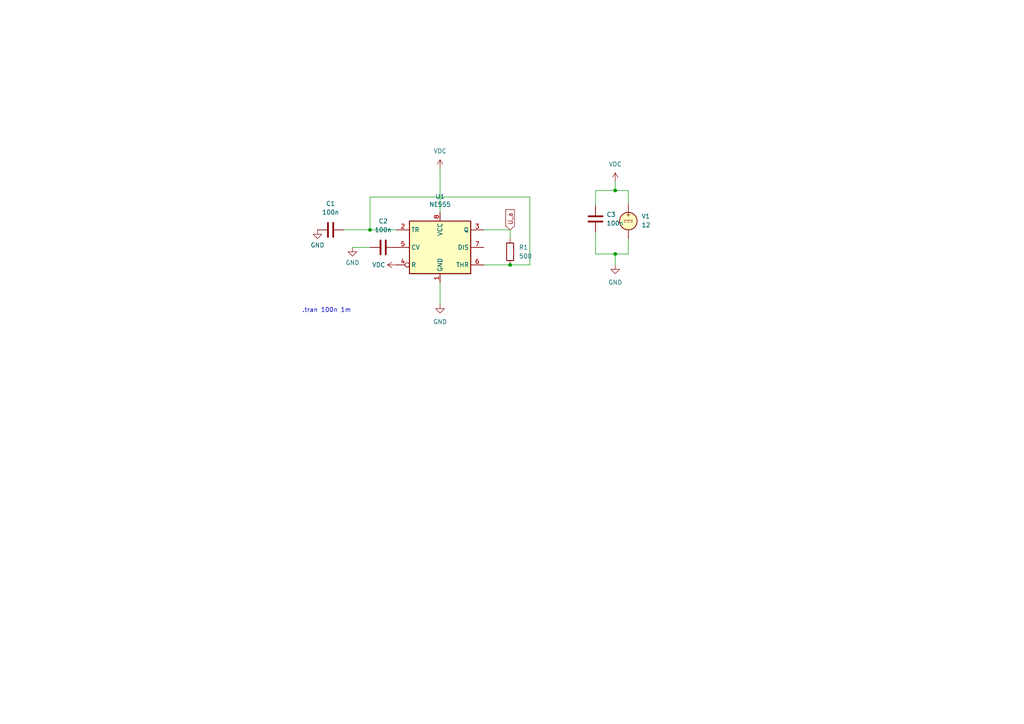
<source format=kicad_sch>
(kicad_sch (version 20230121) (generator eeschema)

  (uuid f11cfcce-9017-4ef9-8d0e-2e7ff7a5c45b)

  (paper "A4")

  (lib_symbols
    (symbol "Device:C" (pin_numbers hide) (pin_names (offset 0.254)) (in_bom yes) (on_board yes)
      (property "Reference" "C" (at 0.635 2.54 0)
        (effects (font (size 1.27 1.27)) (justify left))
      )
      (property "Value" "C" (at 0.635 -2.54 0)
        (effects (font (size 1.27 1.27)) (justify left))
      )
      (property "Footprint" "" (at 0.9652 -3.81 0)
        (effects (font (size 1.27 1.27)) hide)
      )
      (property "Datasheet" "~" (at 0 0 0)
        (effects (font (size 1.27 1.27)) hide)
      )
      (property "ki_keywords" "cap capacitor" (at 0 0 0)
        (effects (font (size 1.27 1.27)) hide)
      )
      (property "ki_description" "Unpolarized capacitor" (at 0 0 0)
        (effects (font (size 1.27 1.27)) hide)
      )
      (property "ki_fp_filters" "C_*" (at 0 0 0)
        (effects (font (size 1.27 1.27)) hide)
      )
      (symbol "C_0_1"
        (polyline
          (pts
            (xy -2.032 -0.762)
            (xy 2.032 -0.762)
          )
          (stroke (width 0.508) (type default))
          (fill (type none))
        )
        (polyline
          (pts
            (xy -2.032 0.762)
            (xy 2.032 0.762)
          )
          (stroke (width 0.508) (type default))
          (fill (type none))
        )
      )
      (symbol "C_1_1"
        (pin passive line (at 0 3.81 270) (length 2.794)
          (name "~" (effects (font (size 1.27 1.27))))
          (number "1" (effects (font (size 1.27 1.27))))
        )
        (pin passive line (at 0 -3.81 90) (length 2.794)
          (name "~" (effects (font (size 1.27 1.27))))
          (number "2" (effects (font (size 1.27 1.27))))
        )
      )
    )
    (symbol "Device:R" (pin_numbers hide) (pin_names (offset 0)) (in_bom yes) (on_board yes)
      (property "Reference" "R" (at 2.032 0 90)
        (effects (font (size 1.27 1.27)))
      )
      (property "Value" "R" (at 0 0 90)
        (effects (font (size 1.27 1.27)))
      )
      (property "Footprint" "" (at -1.778 0 90)
        (effects (font (size 1.27 1.27)) hide)
      )
      (property "Datasheet" "~" (at 0 0 0)
        (effects (font (size 1.27 1.27)) hide)
      )
      (property "ki_keywords" "R res resistor" (at 0 0 0)
        (effects (font (size 1.27 1.27)) hide)
      )
      (property "ki_description" "Resistor" (at 0 0 0)
        (effects (font (size 1.27 1.27)) hide)
      )
      (property "ki_fp_filters" "R_*" (at 0 0 0)
        (effects (font (size 1.27 1.27)) hide)
      )
      (symbol "R_0_1"
        (rectangle (start -1.016 -2.54) (end 1.016 2.54)
          (stroke (width 0.254) (type default))
          (fill (type none))
        )
      )
      (symbol "R_1_1"
        (pin passive line (at 0 3.81 270) (length 1.27)
          (name "~" (effects (font (size 1.27 1.27))))
          (number "1" (effects (font (size 1.27 1.27))))
        )
        (pin passive line (at 0 -3.81 90) (length 1.27)
          (name "~" (effects (font (size 1.27 1.27))))
          (number "2" (effects (font (size 1.27 1.27))))
        )
      )
    )
    (symbol "Simulation_SPICE:VDC" (pin_numbers hide) (pin_names (offset 0.0254)) (in_bom yes) (on_board yes)
      (property "Reference" "V" (at 2.54 2.54 0)
        (effects (font (size 1.27 1.27)) (justify left))
      )
      (property "Value" "1" (at 2.54 0 0)
        (effects (font (size 1.27 1.27)) (justify left))
      )
      (property "Footprint" "" (at 0 0 0)
        (effects (font (size 1.27 1.27)) hide)
      )
      (property "Datasheet" "~" (at 0 0 0)
        (effects (font (size 1.27 1.27)) hide)
      )
      (property "Sim.Pins" "1=+ 2=-" (at 0 0 0)
        (effects (font (size 1.27 1.27)) hide)
      )
      (property "Sim.Type" "DC" (at 0 0 0)
        (effects (font (size 1.27 1.27)) hide)
      )
      (property "Sim.Device" "V" (at 0 0 0)
        (effects (font (size 1.27 1.27)) (justify left) hide)
      )
      (property "ki_keywords" "simulation" (at 0 0 0)
        (effects (font (size 1.27 1.27)) hide)
      )
      (property "ki_description" "Voltage source, DC" (at 0 0 0)
        (effects (font (size 1.27 1.27)) hide)
      )
      (symbol "VDC_0_0"
        (polyline
          (pts
            (xy -1.27 0.254)
            (xy 1.27 0.254)
          )
          (stroke (width 0) (type default))
          (fill (type none))
        )
        (polyline
          (pts
            (xy -0.762 -0.254)
            (xy -1.27 -0.254)
          )
          (stroke (width 0) (type default))
          (fill (type none))
        )
        (polyline
          (pts
            (xy 0.254 -0.254)
            (xy -0.254 -0.254)
          )
          (stroke (width 0) (type default))
          (fill (type none))
        )
        (polyline
          (pts
            (xy 1.27 -0.254)
            (xy 0.762 -0.254)
          )
          (stroke (width 0) (type default))
          (fill (type none))
        )
        (text "+" (at 0 1.905 0)
          (effects (font (size 1.27 1.27)))
        )
      )
      (symbol "VDC_0_1"
        (circle (center 0 0) (radius 2.54)
          (stroke (width 0.254) (type default))
          (fill (type background))
        )
      )
      (symbol "VDC_1_1"
        (pin passive line (at 0 5.08 270) (length 2.54)
          (name "~" (effects (font (size 1.27 1.27))))
          (number "1" (effects (font (size 1.27 1.27))))
        )
        (pin passive line (at 0 -5.08 90) (length 2.54)
          (name "~" (effects (font (size 1.27 1.27))))
          (number "2" (effects (font (size 1.27 1.27))))
        )
      )
    )
    (symbol "Timer:NE555" (in_bom yes) (on_board yes)
      (property "Reference" "U" (at -10.16 8.89 0)
        (effects (font (size 1.27 1.27)) (justify left))
      )
      (property "Value" "Timer_NE555" (at 2.54 8.89 0)
        (effects (font (size 1.27 1.27)) (justify left))
      )
      (property "Footprint" "" (at 0 0 0)
        (effects (font (size 1.27 1.27)) hide)
      )
      (property "Datasheet" "" (at 0 0 0)
        (effects (font (size 1.27 1.27)) hide)
      )
      (property "ki_fp_filters" "SOIC*3.9x4.9mm*P1.27mm* DIP*W7.62mm* TSSOP*3x3mm*P0.65mm*" (at 0 0 0)
        (effects (font (size 1.27 1.27)) hide)
      )
      (symbol "NE555_0_0"
        (pin power_in line (at 0 -10.16 90) (length 2.54)
          (name "GND" (effects (font (size 1.27 1.27))))
          (number "1" (effects (font (size 1.27 1.27))))
        )
        (pin power_in line (at 0 10.16 270) (length 2.54)
          (name "VCC" (effects (font (size 1.27 1.27))))
          (number "8" (effects (font (size 1.27 1.27))))
        )
      )
      (symbol "NE555_0_1"
        (rectangle (start -8.89 -7.62) (end 8.89 7.62)
          (stroke (width 0.254) (type solid))
          (fill (type background))
        )
        (rectangle (start -8.89 -7.62) (end 8.89 7.62)
          (stroke (width 0.254) (type solid))
          (fill (type background))
        )
      )
      (symbol "NE555_1_1"
        (pin input line (at -12.7 5.08 0) (length 3.81)
          (name "TR" (effects (font (size 1.27 1.27))))
          (number "2" (effects (font (size 1.27 1.27))))
        )
        (pin output line (at 12.7 5.08 180) (length 3.81)
          (name "Q" (effects (font (size 1.27 1.27))))
          (number "3" (effects (font (size 1.27 1.27))))
        )
        (pin input inverted (at -12.7 -5.08 0) (length 3.81)
          (name "R" (effects (font (size 1.27 1.27))))
          (number "4" (effects (font (size 1.27 1.27))))
        )
        (pin input line (at -12.7 0 0) (length 3.81)
          (name "CV" (effects (font (size 1.27 1.27))))
          (number "5" (effects (font (size 1.27 1.27))))
        )
        (pin input line (at 12.7 -5.08 180) (length 3.81)
          (name "THR" (effects (font (size 1.27 1.27))))
          (number "6" (effects (font (size 1.27 1.27))))
        )
        (pin input line (at 12.7 0 180) (length 3.81)
          (name "DIS" (effects (font (size 1.27 1.27))))
          (number "7" (effects (font (size 1.27 1.27))))
        )
      )
    )
    (symbol "power:GND" (power) (pin_names (offset 0)) (in_bom yes) (on_board yes)
      (property "Reference" "#PWR" (at 0 -6.35 0)
        (effects (font (size 1.27 1.27)) hide)
      )
      (property "Value" "GND" (at 0 -3.81 0)
        (effects (font (size 1.27 1.27)))
      )
      (property "Footprint" "" (at 0 0 0)
        (effects (font (size 1.27 1.27)) hide)
      )
      (property "Datasheet" "" (at 0 0 0)
        (effects (font (size 1.27 1.27)) hide)
      )
      (property "ki_keywords" "global power" (at 0 0 0)
        (effects (font (size 1.27 1.27)) hide)
      )
      (property "ki_description" "Power symbol creates a global label with name \"GND\" , ground" (at 0 0 0)
        (effects (font (size 1.27 1.27)) hide)
      )
      (symbol "GND_0_1"
        (polyline
          (pts
            (xy 0 0)
            (xy 0 -1.27)
            (xy 1.27 -1.27)
            (xy 0 -2.54)
            (xy -1.27 -1.27)
            (xy 0 -1.27)
          )
          (stroke (width 0) (type default))
          (fill (type none))
        )
      )
      (symbol "GND_1_1"
        (pin power_in line (at 0 0 270) (length 0) hide
          (name "GND" (effects (font (size 1.27 1.27))))
          (number "1" (effects (font (size 1.27 1.27))))
        )
      )
    )
    (symbol "power:VDC" (power) (pin_names (offset 0)) (in_bom yes) (on_board yes)
      (property "Reference" "#PWR" (at 0 -2.54 0)
        (effects (font (size 1.27 1.27)) hide)
      )
      (property "Value" "VDC" (at 0 6.35 0)
        (effects (font (size 1.27 1.27)))
      )
      (property "Footprint" "" (at 0 0 0)
        (effects (font (size 1.27 1.27)) hide)
      )
      (property "Datasheet" "" (at 0 0 0)
        (effects (font (size 1.27 1.27)) hide)
      )
      (property "ki_keywords" "global power" (at 0 0 0)
        (effects (font (size 1.27 1.27)) hide)
      )
      (property "ki_description" "Power symbol creates a global label with name \"VDC\"" (at 0 0 0)
        (effects (font (size 1.27 1.27)) hide)
      )
      (symbol "VDC_0_1"
        (polyline
          (pts
            (xy -0.762 1.27)
            (xy 0 2.54)
          )
          (stroke (width 0) (type default))
          (fill (type none))
        )
        (polyline
          (pts
            (xy 0 0)
            (xy 0 2.54)
          )
          (stroke (width 0) (type default))
          (fill (type none))
        )
        (polyline
          (pts
            (xy 0 2.54)
            (xy 0.762 1.27)
          )
          (stroke (width 0) (type default))
          (fill (type none))
        )
      )
      (symbol "VDC_1_1"
        (pin power_in line (at 0 0 90) (length 0) hide
          (name "VDC" (effects (font (size 1.27 1.27))))
          (number "1" (effects (font (size 1.27 1.27))))
        )
      )
    )
  )

  (junction (at 178.435 73.66) (diameter 0) (color 0 0 0 0)
    (uuid 03002488-e6a3-42af-9245-0dc180f1e3ce)
  )
  (junction (at 107.315 66.675) (diameter 0) (color 0 0 0 0)
    (uuid 6329d858-f7b5-4c1e-b323-08ead84eb33c)
  )
  (junction (at 147.955 76.835) (diameter 0) (color 0 0 0 0)
    (uuid a5ca7bdb-7308-4766-a900-ffa2c6037edc)
  )
  (junction (at 178.435 55.245) (diameter 0) (color 0 0 0 0)
    (uuid ff3bd47a-d62d-4be5-aad7-59cde24ae751)
  )

  (wire (pts (xy 153.67 76.835) (xy 153.67 57.15))
    (stroke (width 0) (type default))
    (uuid 05ca663d-670d-40e9-b1e9-3ecb39c899da)
  )
  (wire (pts (xy 147.955 76.835) (xy 153.67 76.835))
    (stroke (width 0) (type default))
    (uuid 0b92b2a6-8a79-4cdd-baf4-6742d2c84691)
  )
  (wire (pts (xy 172.72 59.69) (xy 172.72 55.245))
    (stroke (width 0) (type default))
    (uuid 18131809-1563-4b9a-a14f-9a38c0b79228)
  )
  (wire (pts (xy 178.435 76.835) (xy 178.435 73.66))
    (stroke (width 0) (type default))
    (uuid 22fe0aec-1960-472b-a9f9-12321e55307a)
  )
  (wire (pts (xy 107.315 57.15) (xy 153.67 57.15))
    (stroke (width 0) (type default))
    (uuid 25e4505e-6d68-4ea9-8acd-90618d77a7b5)
  )
  (wire (pts (xy 147.955 66.675) (xy 147.955 69.215))
    (stroke (width 0) (type default))
    (uuid 44616a61-d901-49fd-918f-3b9ace3a5a7d)
  )
  (wire (pts (xy 127.635 81.915) (xy 127.635 88.265))
    (stroke (width 0) (type default))
    (uuid 62440b52-e4cc-4c14-b5e1-d70779639881)
  )
  (wire (pts (xy 127.635 48.895) (xy 127.635 61.595))
    (stroke (width 0) (type default))
    (uuid 69caef88-8452-426f-b735-7ff172ed47e2)
  )
  (wire (pts (xy 182.245 55.245) (xy 178.435 55.245))
    (stroke (width 0) (type default))
    (uuid 71bf8df6-d59b-4d82-8772-402857ee1452)
  )
  (wire (pts (xy 140.335 76.835) (xy 147.955 76.835))
    (stroke (width 0) (type default))
    (uuid 7ad5971d-4b16-4479-8154-53229021dd5c)
  )
  (wire (pts (xy 140.335 66.675) (xy 147.955 66.675))
    (stroke (width 0) (type default))
    (uuid 7c1f9e6b-f852-4ea4-9a67-e208652e7b09)
  )
  (wire (pts (xy 182.245 59.055) (xy 182.245 55.245))
    (stroke (width 0) (type default))
    (uuid 7e5db95e-70ec-449e-9524-6d506189ee95)
  )
  (wire (pts (xy 178.435 73.66) (xy 172.72 73.66))
    (stroke (width 0) (type default))
    (uuid 87eecf91-c4fa-4b53-87b1-c1807e28a495)
  )
  (wire (pts (xy 107.315 66.675) (xy 114.935 66.675))
    (stroke (width 0) (type default))
    (uuid 8ced6586-9813-4287-b1ba-1f804403e8db)
  )
  (wire (pts (xy 182.245 73.66) (xy 182.245 69.215))
    (stroke (width 0) (type default))
    (uuid a44e57d3-04d2-4cb0-bff2-69696cc96e94)
  )
  (wire (pts (xy 172.72 55.245) (xy 178.435 55.245))
    (stroke (width 0) (type default))
    (uuid b3cd968c-1385-4f51-9529-a3be5c81317e)
  )
  (wire (pts (xy 178.435 73.66) (xy 182.245 73.66))
    (stroke (width 0) (type default))
    (uuid be937b77-72d4-48ca-9037-b6abeeda23db)
  )
  (wire (pts (xy 178.435 55.245) (xy 178.435 52.705))
    (stroke (width 0) (type default))
    (uuid cc46225b-f228-4abc-bff6-05213bb7725c)
  )
  (wire (pts (xy 99.695 66.675) (xy 107.315 66.675))
    (stroke (width 0) (type default))
    (uuid e34db1f6-5528-4ae6-a41e-e71cf4208f37)
  )
  (wire (pts (xy 102.235 71.755) (xy 107.315 71.755))
    (stroke (width 0) (type default))
    (uuid f2e32312-7872-423f-afde-9aeb5032bfcc)
  )
  (wire (pts (xy 107.315 57.15) (xy 107.315 66.675))
    (stroke (width 0) (type default))
    (uuid f2e66457-ae82-4e47-8e0f-2084fd8a5ac7)
  )
  (wire (pts (xy 172.72 73.66) (xy 172.72 67.31))
    (stroke (width 0) (type default))
    (uuid fd7a51b3-1537-47c5-8051-9899cd43e8f2)
  )

  (text ".tran 100n 1m\n" (at 87.63 90.805 0)
    (effects (font (size 1.27 1.27)) (justify left bottom))
    (uuid 163f5332-aa71-4e5c-a6ea-8014354603ca)
  )

  (global_label "U_a" (shape input) (at 147.955 66.675 90) (fields_autoplaced)
    (effects (font (size 1.27 1.27)) (justify left))
    (uuid ea6cee26-a45e-4fa1-9c01-8783c84892d3)
    (property "Intersheetrefs" "${INTERSHEET_REFS}" (at 147.955 60.2427 90)
      (effects (font (size 1.27 1.27)) (justify left) hide)
    )
  )

  (symbol (lib_id "Timer:NE555") (at 127.635 71.755 0) (unit 1)
    (in_bom yes) (on_board yes) (dnp no)
    (uuid 17c6be25-19ac-4a84-9f38-2883961b3943)
    (property "Reference" "U1" (at 127.635 56.9976 0)
      (effects (font (size 1.27 1.27)))
    )
    (property "Value" "NE555" (at 127.635 59.309 0)
      (effects (font (size 1.27 1.27)))
    )
    (property "Footprint" "" (at 127.635 71.755 0)
      (effects (font (size 1.27 1.27)) hide)
    )
    (property "Datasheet" "http://www.ti.com/lit/ds/symlink/ne555.pdf" (at 127.635 71.755 0)
      (effects (font (size 1.27 1.27)) hide)
    )
    (property "Spice_Primitive" "X" (at 127.635 71.755 0)
      (effects (font (size 1.27 1.27)) hide)
    )
    (property "Spice_Model" "NE555" (at 127.635 71.755 0)
      (effects (font (size 1.27 1.27)) hide)
    )
    (property "Spice_Netlist_Enabled" "Y" (at 127.635 71.755 0)
      (effects (font (size 1.27 1.27)) hide)
    )
    (property "Spice_Lib_File" "NE555.lib" (at 127.635 71.755 0)
      (effects (font (size 1.27 1.27)) hide)
    )
    (property "Sim.Library" "NE555.lib" (at 127.635 71.755 0)
      (effects (font (size 1.27 1.27)) hide)
    )
    (property "Sim.Name" "NE555" (at 127.635 71.755 0)
      (effects (font (size 1.27 1.27)) hide)
    )
    (property "Sim.Device" "SUBCKT" (at 127.635 71.755 0)
      (effects (font (size 1.27 1.27)) hide)
    )
    (property "Sim.Pins" "1=1 2=2 3=3 4=4 5=5 6=6 7=7 8=8" (at 127.635 71.755 0)
      (effects (font (size 1.27 1.27)) hide)
    )
    (pin "2" (uuid 4a77ab6c-dc00-4e6c-b3ef-fe0447c7083c))
    (pin "1" (uuid aeb842b8-a2b0-4a01-b40c-bdc7dff48b3a))
    (pin "6" (uuid 7b44422d-33b2-4c77-88d0-6aff658ee04e))
    (pin "7" (uuid d35840fa-dbb2-4aee-be8c-6215551f1c02))
    (pin "3" (uuid f0d3895f-4216-464b-bc52-bfbbaba4f512))
    (pin "8" (uuid 306c4f8a-e31f-41c9-9add-44fe8e73d840))
    (pin "4" (uuid 6156c740-522b-4e44-9632-27d5f9b78957))
    (pin "5" (uuid 09109bfe-02a9-4559-893c-30d155af63b2))
    (instances
      (project "NE555_oszcillator"
        (path "/f11cfcce-9017-4ef9-8d0e-2e7ff7a5c45b"
          (reference "U1") (unit 1)
        )
      )
    )
  )

  (symbol (lib_id "Device:C") (at 111.125 71.755 90) (unit 1)
    (in_bom yes) (on_board yes) (dnp no) (fields_autoplaced)
    (uuid 208fb80d-8086-4f68-ab60-ed8cead8d59c)
    (property "Reference" "C2" (at 111.125 64.135 90)
      (effects (font (size 1.27 1.27)))
    )
    (property "Value" "100n" (at 111.125 66.675 90)
      (effects (font (size 1.27 1.27)))
    )
    (property "Footprint" "" (at 114.935 70.7898 0)
      (effects (font (size 1.27 1.27)) hide)
    )
    (property "Datasheet" "~" (at 111.125 71.755 0)
      (effects (font (size 1.27 1.27)) hide)
    )
    (pin "2" (uuid 13d00968-16c6-439b-8e73-01a85a0361d9))
    (pin "1" (uuid d68c534b-a034-4510-8b7f-67caf27562e6))
    (instances
      (project "NE555_oszcillator"
        (path "/f11cfcce-9017-4ef9-8d0e-2e7ff7a5c45b"
          (reference "C2") (unit 1)
        )
      )
    )
  )

  (symbol (lib_id "power:VDC") (at 127.635 48.895 0) (unit 1)
    (in_bom yes) (on_board yes) (dnp no) (fields_autoplaced)
    (uuid 3178501c-2613-4c43-b373-eb6b4a27d960)
    (property "Reference" "#PWR04" (at 127.635 51.435 0)
      (effects (font (size 1.27 1.27)) hide)
    )
    (property "Value" "VDC" (at 127.635 43.815 0)
      (effects (font (size 1.27 1.27)))
    )
    (property "Footprint" "" (at 127.635 48.895 0)
      (effects (font (size 1.27 1.27)) hide)
    )
    (property "Datasheet" "" (at 127.635 48.895 0)
      (effects (font (size 1.27 1.27)) hide)
    )
    (pin "1" (uuid 09635432-42f4-4039-b369-8c3c7f4c8806))
    (instances
      (project "NE555_oszcillator"
        (path "/f11cfcce-9017-4ef9-8d0e-2e7ff7a5c45b"
          (reference "#PWR04") (unit 1)
        )
      )
    )
  )

  (symbol (lib_id "power:VDC") (at 114.935 76.835 90) (unit 1)
    (in_bom yes) (on_board yes) (dnp no) (fields_autoplaced)
    (uuid 3d3b129d-cb35-45d7-8dff-c5ca012b1148)
    (property "Reference" "#PWR03" (at 117.475 76.835 0)
      (effects (font (size 1.27 1.27)) hide)
    )
    (property "Value" "VDC" (at 111.76 76.835 90)
      (effects (font (size 1.27 1.27)) (justify left))
    )
    (property "Footprint" "" (at 114.935 76.835 0)
      (effects (font (size 1.27 1.27)) hide)
    )
    (property "Datasheet" "" (at 114.935 76.835 0)
      (effects (font (size 1.27 1.27)) hide)
    )
    (pin "1" (uuid f18264e9-4231-40d0-833e-1a864548704c))
    (instances
      (project "NE555_oszcillator"
        (path "/f11cfcce-9017-4ef9-8d0e-2e7ff7a5c45b"
          (reference "#PWR03") (unit 1)
        )
      )
    )
  )

  (symbol (lib_id "power:GND") (at 92.075 66.675 0) (unit 1)
    (in_bom yes) (on_board yes) (dnp no) (fields_autoplaced)
    (uuid 3d769081-2b1b-4890-9f1a-99c3193c75e9)
    (property "Reference" "#PWR01" (at 92.075 73.025 0)
      (effects (font (size 1.27 1.27)) hide)
    )
    (property "Value" "GND" (at 92.075 71.12 0)
      (effects (font (size 1.27 1.27)))
    )
    (property "Footprint" "" (at 92.075 66.675 0)
      (effects (font (size 1.27 1.27)) hide)
    )
    (property "Datasheet" "" (at 92.075 66.675 0)
      (effects (font (size 1.27 1.27)) hide)
    )
    (pin "1" (uuid 450dd2d1-3ee4-4afc-97fe-a17269142195))
    (instances
      (project "NE555_oszcillator"
        (path "/f11cfcce-9017-4ef9-8d0e-2e7ff7a5c45b"
          (reference "#PWR01") (unit 1)
        )
      )
    )
  )

  (symbol (lib_id "power:GND") (at 178.435 76.835 0) (unit 1)
    (in_bom yes) (on_board yes) (dnp no) (fields_autoplaced)
    (uuid 4ac9c89a-b3f3-46a6-99ca-93c58825d487)
    (property "Reference" "#PWR07" (at 178.435 83.185 0)
      (effects (font (size 1.27 1.27)) hide)
    )
    (property "Value" "GND" (at 178.435 81.915 0)
      (effects (font (size 1.27 1.27)))
    )
    (property "Footprint" "" (at 178.435 76.835 0)
      (effects (font (size 1.27 1.27)) hide)
    )
    (property "Datasheet" "" (at 178.435 76.835 0)
      (effects (font (size 1.27 1.27)) hide)
    )
    (pin "1" (uuid f58a2d7b-cec0-4519-b004-03ce6050c75f))
    (instances
      (project "NE555_oszcillator"
        (path "/f11cfcce-9017-4ef9-8d0e-2e7ff7a5c45b"
          (reference "#PWR07") (unit 1)
        )
      )
    )
  )

  (symbol (lib_id "Simulation_SPICE:VDC") (at 182.245 64.135 0) (unit 1)
    (in_bom yes) (on_board yes) (dnp no) (fields_autoplaced)
    (uuid 71cc5f58-bd4c-42ac-a47b-4e9f4981566b)
    (property "Reference" "V1" (at 186.055 62.7352 0)
      (effects (font (size 1.27 1.27)) (justify left))
    )
    (property "Value" "12" (at 186.055 65.2752 0)
      (effects (font (size 1.27 1.27)) (justify left))
    )
    (property "Footprint" "" (at 182.245 64.135 0)
      (effects (font (size 1.27 1.27)) hide)
    )
    (property "Datasheet" "~" (at 182.245 64.135 0)
      (effects (font (size 1.27 1.27)) hide)
    )
    (property "Sim.Pins" "1=+ 2=-" (at 182.245 64.135 0)
      (effects (font (size 1.27 1.27)) hide)
    )
    (property "Sim.Type" "DC" (at 182.245 64.135 0)
      (effects (font (size 1.27 1.27)) hide)
    )
    (property "Sim.Device" "V" (at 182.245 64.135 0)
      (effects (font (size 1.27 1.27)) (justify left) hide)
    )
    (pin "1" (uuid 4c55b770-2b91-4a5c-908d-c02a659632b3))
    (pin "2" (uuid 7bfda25d-41d5-43fb-b39a-1d60b49e0544))
    (instances
      (project "NE555_oszcillator"
        (path "/f11cfcce-9017-4ef9-8d0e-2e7ff7a5c45b"
          (reference "V1") (unit 1)
        )
      )
    )
  )

  (symbol (lib_id "Device:R") (at 147.955 73.025 0) (unit 1)
    (in_bom yes) (on_board yes) (dnp no) (fields_autoplaced)
    (uuid 720a56af-0558-4cce-86bf-298e3a5810a2)
    (property "Reference" "R1" (at 150.495 71.755 0)
      (effects (font (size 1.27 1.27)) (justify left))
    )
    (property "Value" "500" (at 150.495 74.295 0)
      (effects (font (size 1.27 1.27)) (justify left))
    )
    (property "Footprint" "" (at 146.177 73.025 90)
      (effects (font (size 1.27 1.27)) hide)
    )
    (property "Datasheet" "~" (at 147.955 73.025 0)
      (effects (font (size 1.27 1.27)) hide)
    )
    (pin "1" (uuid 59f2e6a1-2d4b-44d6-aabe-538c3c0a11ab))
    (pin "2" (uuid 82fbe8ff-708d-4c0b-93db-96c597ed95ca))
    (instances
      (project "NE555_oszcillator"
        (path "/f11cfcce-9017-4ef9-8d0e-2e7ff7a5c45b"
          (reference "R1") (unit 1)
        )
      )
    )
  )

  (symbol (lib_id "power:GND") (at 102.235 71.755 0) (unit 1)
    (in_bom yes) (on_board yes) (dnp no) (fields_autoplaced)
    (uuid 84c02ff4-d7df-42c7-b3f7-ee32a2bff351)
    (property "Reference" "#PWR02" (at 102.235 78.105 0)
      (effects (font (size 1.27 1.27)) hide)
    )
    (property "Value" "GND" (at 102.235 76.2 0)
      (effects (font (size 1.27 1.27)))
    )
    (property "Footprint" "" (at 102.235 71.755 0)
      (effects (font (size 1.27 1.27)) hide)
    )
    (property "Datasheet" "" (at 102.235 71.755 0)
      (effects (font (size 1.27 1.27)) hide)
    )
    (pin "1" (uuid d5b17148-70a9-4d64-a486-2d500734b11d))
    (instances
      (project "NE555_oszcillator"
        (path "/f11cfcce-9017-4ef9-8d0e-2e7ff7a5c45b"
          (reference "#PWR02") (unit 1)
        )
      )
    )
  )

  (symbol (lib_id "Device:C") (at 172.72 63.5 0) (unit 1)
    (in_bom yes) (on_board yes) (dnp no) (fields_autoplaced)
    (uuid bdfc4c4d-b6da-4a6c-86fd-e1bcd55b9e55)
    (property "Reference" "C3" (at 175.895 62.23 0)
      (effects (font (size 1.27 1.27)) (justify left))
    )
    (property "Value" "100n" (at 175.895 64.77 0)
      (effects (font (size 1.27 1.27)) (justify left))
    )
    (property "Footprint" "" (at 173.6852 67.31 0)
      (effects (font (size 1.27 1.27)) hide)
    )
    (property "Datasheet" "~" (at 172.72 63.5 0)
      (effects (font (size 1.27 1.27)) hide)
    )
    (pin "2" (uuid 29912e16-2e73-41c0-a8d8-176a7029d11a))
    (pin "1" (uuid 458ebda5-d5ed-4bf7-89fd-7535150f7a63))
    (instances
      (project "NE555_oszcillator"
        (path "/f11cfcce-9017-4ef9-8d0e-2e7ff7a5c45b"
          (reference "C3") (unit 1)
        )
      )
    )
  )

  (symbol (lib_id "power:VDC") (at 178.435 52.705 0) (unit 1)
    (in_bom yes) (on_board yes) (dnp no) (fields_autoplaced)
    (uuid e247bf7f-5076-4299-9dc9-c29c4490cfba)
    (property "Reference" "#PWR06" (at 178.435 55.245 0)
      (effects (font (size 1.27 1.27)) hide)
    )
    (property "Value" "VDC" (at 178.435 47.625 0)
      (effects (font (size 1.27 1.27)))
    )
    (property "Footprint" "" (at 178.435 52.705 0)
      (effects (font (size 1.27 1.27)) hide)
    )
    (property "Datasheet" "" (at 178.435 52.705 0)
      (effects (font (size 1.27 1.27)) hide)
    )
    (pin "1" (uuid 222f4a99-8ac3-40b8-8702-9b35f9555af7))
    (instances
      (project "NE555_oszcillator"
        (path "/f11cfcce-9017-4ef9-8d0e-2e7ff7a5c45b"
          (reference "#PWR06") (unit 1)
        )
      )
    )
  )

  (symbol (lib_id "Device:C") (at 95.885 66.675 90) (unit 1)
    (in_bom yes) (on_board yes) (dnp no) (fields_autoplaced)
    (uuid e9338ea0-e510-4097-8eb0-e052bdb822f3)
    (property "Reference" "C1" (at 95.885 59.055 90)
      (effects (font (size 1.27 1.27)))
    )
    (property "Value" "100n" (at 95.885 61.595 90)
      (effects (font (size 1.27 1.27)))
    )
    (property "Footprint" "" (at 99.695 65.7098 0)
      (effects (font (size 1.27 1.27)) hide)
    )
    (property "Datasheet" "~" (at 95.885 66.675 0)
      (effects (font (size 1.27 1.27)) hide)
    )
    (pin "2" (uuid 36c9c846-b876-4dd0-acab-876ec6dcf104))
    (pin "1" (uuid 59327e7b-fae8-40eb-8d45-43b1acf87d12))
    (instances
      (project "NE555_oszcillator"
        (path "/f11cfcce-9017-4ef9-8d0e-2e7ff7a5c45b"
          (reference "C1") (unit 1)
        )
      )
    )
  )

  (symbol (lib_id "power:GND") (at 127.635 88.265 0) (unit 1)
    (in_bom yes) (on_board yes) (dnp no) (fields_autoplaced)
    (uuid f0425dcd-76aa-4e06-89f7-be01ec9fde42)
    (property "Reference" "#PWR05" (at 127.635 94.615 0)
      (effects (font (size 1.27 1.27)) hide)
    )
    (property "Value" "GND" (at 127.635 93.345 0)
      (effects (font (size 1.27 1.27)))
    )
    (property "Footprint" "" (at 127.635 88.265 0)
      (effects (font (size 1.27 1.27)) hide)
    )
    (property "Datasheet" "" (at 127.635 88.265 0)
      (effects (font (size 1.27 1.27)) hide)
    )
    (pin "1" (uuid 4127968f-996f-4a32-ace2-17a82d0c576a))
    (instances
      (project "NE555_oszcillator"
        (path "/f11cfcce-9017-4ef9-8d0e-2e7ff7a5c45b"
          (reference "#PWR05") (unit 1)
        )
      )
    )
  )

  (sheet_instances
    (path "/" (page "1"))
  )
)

</source>
